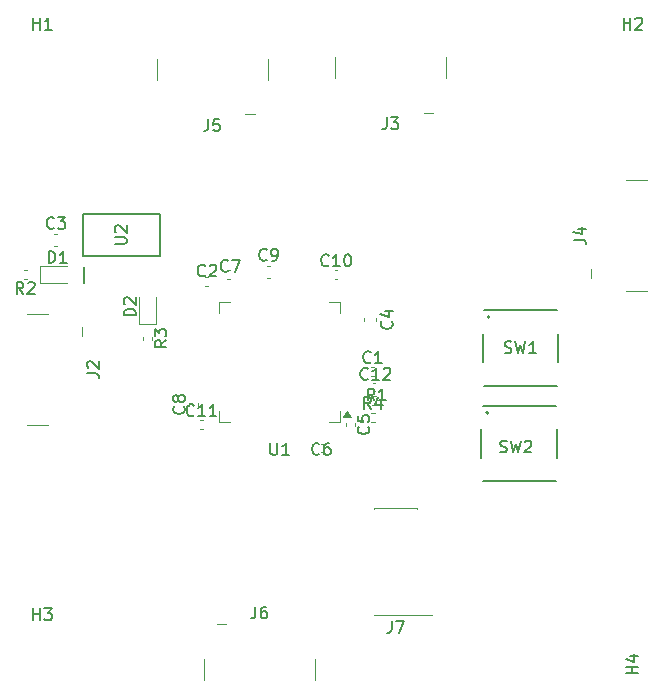
<source format=gbr>
%TF.GenerationSoftware,KiCad,Pcbnew,9.0.1*%
%TF.CreationDate,2025-04-07T20:20:11+02:00*%
%TF.ProjectId,PCB_COM,5043425f-434f-44d2-9e6b-696361645f70,rev?*%
%TF.SameCoordinates,Original*%
%TF.FileFunction,Legend,Top*%
%TF.FilePolarity,Positive*%
%FSLAX46Y46*%
G04 Gerber Fmt 4.6, Leading zero omitted, Abs format (unit mm)*
G04 Created by KiCad (PCBNEW 9.0.1) date 2025-04-07 20:20:11*
%MOMM*%
%LPD*%
G01*
G04 APERTURE LIST*
%ADD10C,0.150000*%
%ADD11C,0.120000*%
%ADD12C,0.200000*%
G04 APERTURE END LIST*
D10*
X147257142Y-91199580D02*
X147209523Y-91247200D01*
X147209523Y-91247200D02*
X147066666Y-91294819D01*
X147066666Y-91294819D02*
X146971428Y-91294819D01*
X146971428Y-91294819D02*
X146828571Y-91247200D01*
X146828571Y-91247200D02*
X146733333Y-91151961D01*
X146733333Y-91151961D02*
X146685714Y-91056723D01*
X146685714Y-91056723D02*
X146638095Y-90866247D01*
X146638095Y-90866247D02*
X146638095Y-90723390D01*
X146638095Y-90723390D02*
X146685714Y-90532914D01*
X146685714Y-90532914D02*
X146733333Y-90437676D01*
X146733333Y-90437676D02*
X146828571Y-90342438D01*
X146828571Y-90342438D02*
X146971428Y-90294819D01*
X146971428Y-90294819D02*
X147066666Y-90294819D01*
X147066666Y-90294819D02*
X147209523Y-90342438D01*
X147209523Y-90342438D02*
X147257142Y-90390057D01*
X148209523Y-91294819D02*
X147638095Y-91294819D01*
X147923809Y-91294819D02*
X147923809Y-90294819D01*
X147923809Y-90294819D02*
X147828571Y-90437676D01*
X147828571Y-90437676D02*
X147733333Y-90532914D01*
X147733333Y-90532914D02*
X147638095Y-90580533D01*
X148828571Y-90294819D02*
X148923809Y-90294819D01*
X148923809Y-90294819D02*
X149019047Y-90342438D01*
X149019047Y-90342438D02*
X149066666Y-90390057D01*
X149066666Y-90390057D02*
X149114285Y-90485295D01*
X149114285Y-90485295D02*
X149161904Y-90675771D01*
X149161904Y-90675771D02*
X149161904Y-90913866D01*
X149161904Y-90913866D02*
X149114285Y-91104342D01*
X149114285Y-91104342D02*
X149066666Y-91199580D01*
X149066666Y-91199580D02*
X149019047Y-91247200D01*
X149019047Y-91247200D02*
X148923809Y-91294819D01*
X148923809Y-91294819D02*
X148828571Y-91294819D01*
X148828571Y-91294819D02*
X148733333Y-91247200D01*
X148733333Y-91247200D02*
X148685714Y-91199580D01*
X148685714Y-91199580D02*
X148638095Y-91104342D01*
X148638095Y-91104342D02*
X148590476Y-90913866D01*
X148590476Y-90913866D02*
X148590476Y-90675771D01*
X148590476Y-90675771D02*
X148638095Y-90485295D01*
X148638095Y-90485295D02*
X148685714Y-90390057D01*
X148685714Y-90390057D02*
X148733333Y-90342438D01*
X148733333Y-90342438D02*
X148828571Y-90294819D01*
X150619580Y-104866666D02*
X150667200Y-104914285D01*
X150667200Y-104914285D02*
X150714819Y-105057142D01*
X150714819Y-105057142D02*
X150714819Y-105152380D01*
X150714819Y-105152380D02*
X150667200Y-105295237D01*
X150667200Y-105295237D02*
X150571961Y-105390475D01*
X150571961Y-105390475D02*
X150476723Y-105438094D01*
X150476723Y-105438094D02*
X150286247Y-105485713D01*
X150286247Y-105485713D02*
X150143390Y-105485713D01*
X150143390Y-105485713D02*
X149952914Y-105438094D01*
X149952914Y-105438094D02*
X149857676Y-105390475D01*
X149857676Y-105390475D02*
X149762438Y-105295237D01*
X149762438Y-105295237D02*
X149714819Y-105152380D01*
X149714819Y-105152380D02*
X149714819Y-105057142D01*
X149714819Y-105057142D02*
X149762438Y-104914285D01*
X149762438Y-104914285D02*
X149810057Y-104866666D01*
X149714819Y-103961904D02*
X149714819Y-104438094D01*
X149714819Y-104438094D02*
X150191009Y-104485713D01*
X150191009Y-104485713D02*
X150143390Y-104438094D01*
X150143390Y-104438094D02*
X150095771Y-104342856D01*
X150095771Y-104342856D02*
X150095771Y-104104761D01*
X150095771Y-104104761D02*
X150143390Y-104009523D01*
X150143390Y-104009523D02*
X150191009Y-103961904D01*
X150191009Y-103961904D02*
X150286247Y-103914285D01*
X150286247Y-103914285D02*
X150524342Y-103914285D01*
X150524342Y-103914285D02*
X150619580Y-103961904D01*
X150619580Y-103961904D02*
X150667200Y-104009523D01*
X150667200Y-104009523D02*
X150714819Y-104104761D01*
X150714819Y-104104761D02*
X150714819Y-104342856D01*
X150714819Y-104342856D02*
X150667200Y-104438094D01*
X150667200Y-104438094D02*
X150619580Y-104485713D01*
X138733333Y-91659580D02*
X138685714Y-91707200D01*
X138685714Y-91707200D02*
X138542857Y-91754819D01*
X138542857Y-91754819D02*
X138447619Y-91754819D01*
X138447619Y-91754819D02*
X138304762Y-91707200D01*
X138304762Y-91707200D02*
X138209524Y-91611961D01*
X138209524Y-91611961D02*
X138161905Y-91516723D01*
X138161905Y-91516723D02*
X138114286Y-91326247D01*
X138114286Y-91326247D02*
X138114286Y-91183390D01*
X138114286Y-91183390D02*
X138161905Y-90992914D01*
X138161905Y-90992914D02*
X138209524Y-90897676D01*
X138209524Y-90897676D02*
X138304762Y-90802438D01*
X138304762Y-90802438D02*
X138447619Y-90754819D01*
X138447619Y-90754819D02*
X138542857Y-90754819D01*
X138542857Y-90754819D02*
X138685714Y-90802438D01*
X138685714Y-90802438D02*
X138733333Y-90850057D01*
X139066667Y-90754819D02*
X139733333Y-90754819D01*
X139733333Y-90754819D02*
X139304762Y-91754819D01*
X134999580Y-103166666D02*
X135047200Y-103214285D01*
X135047200Y-103214285D02*
X135094819Y-103357142D01*
X135094819Y-103357142D02*
X135094819Y-103452380D01*
X135094819Y-103452380D02*
X135047200Y-103595237D01*
X135047200Y-103595237D02*
X134951961Y-103690475D01*
X134951961Y-103690475D02*
X134856723Y-103738094D01*
X134856723Y-103738094D02*
X134666247Y-103785713D01*
X134666247Y-103785713D02*
X134523390Y-103785713D01*
X134523390Y-103785713D02*
X134332914Y-103738094D01*
X134332914Y-103738094D02*
X134237676Y-103690475D01*
X134237676Y-103690475D02*
X134142438Y-103595237D01*
X134142438Y-103595237D02*
X134094819Y-103452380D01*
X134094819Y-103452380D02*
X134094819Y-103357142D01*
X134094819Y-103357142D02*
X134142438Y-103214285D01*
X134142438Y-103214285D02*
X134190057Y-103166666D01*
X134523390Y-102595237D02*
X134475771Y-102690475D01*
X134475771Y-102690475D02*
X134428152Y-102738094D01*
X134428152Y-102738094D02*
X134332914Y-102785713D01*
X134332914Y-102785713D02*
X134285295Y-102785713D01*
X134285295Y-102785713D02*
X134190057Y-102738094D01*
X134190057Y-102738094D02*
X134142438Y-102690475D01*
X134142438Y-102690475D02*
X134094819Y-102595237D01*
X134094819Y-102595237D02*
X134094819Y-102404761D01*
X134094819Y-102404761D02*
X134142438Y-102309523D01*
X134142438Y-102309523D02*
X134190057Y-102261904D01*
X134190057Y-102261904D02*
X134285295Y-102214285D01*
X134285295Y-102214285D02*
X134332914Y-102214285D01*
X134332914Y-102214285D02*
X134428152Y-102261904D01*
X134428152Y-102261904D02*
X134475771Y-102309523D01*
X134475771Y-102309523D02*
X134523390Y-102404761D01*
X134523390Y-102404761D02*
X134523390Y-102595237D01*
X134523390Y-102595237D02*
X134571009Y-102690475D01*
X134571009Y-102690475D02*
X134618628Y-102738094D01*
X134618628Y-102738094D02*
X134713866Y-102785713D01*
X134713866Y-102785713D02*
X134904342Y-102785713D01*
X134904342Y-102785713D02*
X134999580Y-102738094D01*
X134999580Y-102738094D02*
X135047200Y-102690475D01*
X135047200Y-102690475D02*
X135094819Y-102595237D01*
X135094819Y-102595237D02*
X135094819Y-102404761D01*
X135094819Y-102404761D02*
X135047200Y-102309523D01*
X135047200Y-102309523D02*
X134999580Y-102261904D01*
X134999580Y-102261904D02*
X134904342Y-102214285D01*
X134904342Y-102214285D02*
X134713866Y-102214285D01*
X134713866Y-102214285D02*
X134618628Y-102261904D01*
X134618628Y-102261904D02*
X134571009Y-102309523D01*
X134571009Y-102309523D02*
X134523390Y-102404761D01*
X146473333Y-107159580D02*
X146425714Y-107207200D01*
X146425714Y-107207200D02*
X146282857Y-107254819D01*
X146282857Y-107254819D02*
X146187619Y-107254819D01*
X146187619Y-107254819D02*
X146044762Y-107207200D01*
X146044762Y-107207200D02*
X145949524Y-107111961D01*
X145949524Y-107111961D02*
X145901905Y-107016723D01*
X145901905Y-107016723D02*
X145854286Y-106826247D01*
X145854286Y-106826247D02*
X145854286Y-106683390D01*
X145854286Y-106683390D02*
X145901905Y-106492914D01*
X145901905Y-106492914D02*
X145949524Y-106397676D01*
X145949524Y-106397676D02*
X146044762Y-106302438D01*
X146044762Y-106302438D02*
X146187619Y-106254819D01*
X146187619Y-106254819D02*
X146282857Y-106254819D01*
X146282857Y-106254819D02*
X146425714Y-106302438D01*
X146425714Y-106302438D02*
X146473333Y-106350057D01*
X147330476Y-106254819D02*
X147140000Y-106254819D01*
X147140000Y-106254819D02*
X147044762Y-106302438D01*
X147044762Y-106302438D02*
X146997143Y-106350057D01*
X146997143Y-106350057D02*
X146901905Y-106492914D01*
X146901905Y-106492914D02*
X146854286Y-106683390D01*
X146854286Y-106683390D02*
X146854286Y-107064342D01*
X146854286Y-107064342D02*
X146901905Y-107159580D01*
X146901905Y-107159580D02*
X146949524Y-107207200D01*
X146949524Y-107207200D02*
X147044762Y-107254819D01*
X147044762Y-107254819D02*
X147235238Y-107254819D01*
X147235238Y-107254819D02*
X147330476Y-107207200D01*
X147330476Y-107207200D02*
X147378095Y-107159580D01*
X147378095Y-107159580D02*
X147425714Y-107064342D01*
X147425714Y-107064342D02*
X147425714Y-106826247D01*
X147425714Y-106826247D02*
X147378095Y-106731009D01*
X147378095Y-106731009D02*
X147330476Y-106683390D01*
X147330476Y-106683390D02*
X147235238Y-106635771D01*
X147235238Y-106635771D02*
X147044762Y-106635771D01*
X147044762Y-106635771D02*
X146949524Y-106683390D01*
X146949524Y-106683390D02*
X146901905Y-106731009D01*
X146901905Y-106731009D02*
X146854286Y-106826247D01*
X152589580Y-95966666D02*
X152637200Y-96014285D01*
X152637200Y-96014285D02*
X152684819Y-96157142D01*
X152684819Y-96157142D02*
X152684819Y-96252380D01*
X152684819Y-96252380D02*
X152637200Y-96395237D01*
X152637200Y-96395237D02*
X152541961Y-96490475D01*
X152541961Y-96490475D02*
X152446723Y-96538094D01*
X152446723Y-96538094D02*
X152256247Y-96585713D01*
X152256247Y-96585713D02*
X152113390Y-96585713D01*
X152113390Y-96585713D02*
X151922914Y-96538094D01*
X151922914Y-96538094D02*
X151827676Y-96490475D01*
X151827676Y-96490475D02*
X151732438Y-96395237D01*
X151732438Y-96395237D02*
X151684819Y-96252380D01*
X151684819Y-96252380D02*
X151684819Y-96157142D01*
X151684819Y-96157142D02*
X151732438Y-96014285D01*
X151732438Y-96014285D02*
X151780057Y-95966666D01*
X152018152Y-95109523D02*
X152684819Y-95109523D01*
X151637200Y-95347618D02*
X152351485Y-95585713D01*
X152351485Y-95585713D02*
X152351485Y-94966666D01*
X142008333Y-90729580D02*
X141960714Y-90777200D01*
X141960714Y-90777200D02*
X141817857Y-90824819D01*
X141817857Y-90824819D02*
X141722619Y-90824819D01*
X141722619Y-90824819D02*
X141579762Y-90777200D01*
X141579762Y-90777200D02*
X141484524Y-90681961D01*
X141484524Y-90681961D02*
X141436905Y-90586723D01*
X141436905Y-90586723D02*
X141389286Y-90396247D01*
X141389286Y-90396247D02*
X141389286Y-90253390D01*
X141389286Y-90253390D02*
X141436905Y-90062914D01*
X141436905Y-90062914D02*
X141484524Y-89967676D01*
X141484524Y-89967676D02*
X141579762Y-89872438D01*
X141579762Y-89872438D02*
X141722619Y-89824819D01*
X141722619Y-89824819D02*
X141817857Y-89824819D01*
X141817857Y-89824819D02*
X141960714Y-89872438D01*
X141960714Y-89872438D02*
X142008333Y-89920057D01*
X142484524Y-90824819D02*
X142675000Y-90824819D01*
X142675000Y-90824819D02*
X142770238Y-90777200D01*
X142770238Y-90777200D02*
X142817857Y-90729580D01*
X142817857Y-90729580D02*
X142913095Y-90586723D01*
X142913095Y-90586723D02*
X142960714Y-90396247D01*
X142960714Y-90396247D02*
X142960714Y-90015295D01*
X142960714Y-90015295D02*
X142913095Y-89920057D01*
X142913095Y-89920057D02*
X142865476Y-89872438D01*
X142865476Y-89872438D02*
X142770238Y-89824819D01*
X142770238Y-89824819D02*
X142579762Y-89824819D01*
X142579762Y-89824819D02*
X142484524Y-89872438D01*
X142484524Y-89872438D02*
X142436905Y-89920057D01*
X142436905Y-89920057D02*
X142389286Y-90015295D01*
X142389286Y-90015295D02*
X142389286Y-90253390D01*
X142389286Y-90253390D02*
X142436905Y-90348628D01*
X142436905Y-90348628D02*
X142484524Y-90396247D01*
X142484524Y-90396247D02*
X142579762Y-90443866D01*
X142579762Y-90443866D02*
X142770238Y-90443866D01*
X142770238Y-90443866D02*
X142865476Y-90396247D01*
X142865476Y-90396247D02*
X142913095Y-90348628D01*
X142913095Y-90348628D02*
X142960714Y-90253390D01*
X135857142Y-103899580D02*
X135809523Y-103947200D01*
X135809523Y-103947200D02*
X135666666Y-103994819D01*
X135666666Y-103994819D02*
X135571428Y-103994819D01*
X135571428Y-103994819D02*
X135428571Y-103947200D01*
X135428571Y-103947200D02*
X135333333Y-103851961D01*
X135333333Y-103851961D02*
X135285714Y-103756723D01*
X135285714Y-103756723D02*
X135238095Y-103566247D01*
X135238095Y-103566247D02*
X135238095Y-103423390D01*
X135238095Y-103423390D02*
X135285714Y-103232914D01*
X135285714Y-103232914D02*
X135333333Y-103137676D01*
X135333333Y-103137676D02*
X135428571Y-103042438D01*
X135428571Y-103042438D02*
X135571428Y-102994819D01*
X135571428Y-102994819D02*
X135666666Y-102994819D01*
X135666666Y-102994819D02*
X135809523Y-103042438D01*
X135809523Y-103042438D02*
X135857142Y-103090057D01*
X136809523Y-103994819D02*
X136238095Y-103994819D01*
X136523809Y-103994819D02*
X136523809Y-102994819D01*
X136523809Y-102994819D02*
X136428571Y-103137676D01*
X136428571Y-103137676D02*
X136333333Y-103232914D01*
X136333333Y-103232914D02*
X136238095Y-103280533D01*
X137761904Y-103994819D02*
X137190476Y-103994819D01*
X137476190Y-103994819D02*
X137476190Y-102994819D01*
X137476190Y-102994819D02*
X137380952Y-103137676D01*
X137380952Y-103137676D02*
X137285714Y-103232914D01*
X137285714Y-103232914D02*
X137190476Y-103280533D01*
X123995833Y-88029580D02*
X123948214Y-88077200D01*
X123948214Y-88077200D02*
X123805357Y-88124819D01*
X123805357Y-88124819D02*
X123710119Y-88124819D01*
X123710119Y-88124819D02*
X123567262Y-88077200D01*
X123567262Y-88077200D02*
X123472024Y-87981961D01*
X123472024Y-87981961D02*
X123424405Y-87886723D01*
X123424405Y-87886723D02*
X123376786Y-87696247D01*
X123376786Y-87696247D02*
X123376786Y-87553390D01*
X123376786Y-87553390D02*
X123424405Y-87362914D01*
X123424405Y-87362914D02*
X123472024Y-87267676D01*
X123472024Y-87267676D02*
X123567262Y-87172438D01*
X123567262Y-87172438D02*
X123710119Y-87124819D01*
X123710119Y-87124819D02*
X123805357Y-87124819D01*
X123805357Y-87124819D02*
X123948214Y-87172438D01*
X123948214Y-87172438D02*
X123995833Y-87220057D01*
X124329167Y-87124819D02*
X124948214Y-87124819D01*
X124948214Y-87124819D02*
X124614881Y-87505771D01*
X124614881Y-87505771D02*
X124757738Y-87505771D01*
X124757738Y-87505771D02*
X124852976Y-87553390D01*
X124852976Y-87553390D02*
X124900595Y-87601009D01*
X124900595Y-87601009D02*
X124948214Y-87696247D01*
X124948214Y-87696247D02*
X124948214Y-87934342D01*
X124948214Y-87934342D02*
X124900595Y-88029580D01*
X124900595Y-88029580D02*
X124852976Y-88077200D01*
X124852976Y-88077200D02*
X124757738Y-88124819D01*
X124757738Y-88124819D02*
X124472024Y-88124819D01*
X124472024Y-88124819D02*
X124376786Y-88077200D01*
X124376786Y-88077200D02*
X124329167Y-88029580D01*
X136813333Y-92059580D02*
X136765714Y-92107200D01*
X136765714Y-92107200D02*
X136622857Y-92154819D01*
X136622857Y-92154819D02*
X136527619Y-92154819D01*
X136527619Y-92154819D02*
X136384762Y-92107200D01*
X136384762Y-92107200D02*
X136289524Y-92011961D01*
X136289524Y-92011961D02*
X136241905Y-91916723D01*
X136241905Y-91916723D02*
X136194286Y-91726247D01*
X136194286Y-91726247D02*
X136194286Y-91583390D01*
X136194286Y-91583390D02*
X136241905Y-91392914D01*
X136241905Y-91392914D02*
X136289524Y-91297676D01*
X136289524Y-91297676D02*
X136384762Y-91202438D01*
X136384762Y-91202438D02*
X136527619Y-91154819D01*
X136527619Y-91154819D02*
X136622857Y-91154819D01*
X136622857Y-91154819D02*
X136765714Y-91202438D01*
X136765714Y-91202438D02*
X136813333Y-91250057D01*
X137194286Y-91250057D02*
X137241905Y-91202438D01*
X137241905Y-91202438D02*
X137337143Y-91154819D01*
X137337143Y-91154819D02*
X137575238Y-91154819D01*
X137575238Y-91154819D02*
X137670476Y-91202438D01*
X137670476Y-91202438D02*
X137718095Y-91250057D01*
X137718095Y-91250057D02*
X137765714Y-91345295D01*
X137765714Y-91345295D02*
X137765714Y-91440533D01*
X137765714Y-91440533D02*
X137718095Y-91583390D01*
X137718095Y-91583390D02*
X137146667Y-92154819D01*
X137146667Y-92154819D02*
X137765714Y-92154819D01*
X161766667Y-107007200D02*
X161909524Y-107054819D01*
X161909524Y-107054819D02*
X162147619Y-107054819D01*
X162147619Y-107054819D02*
X162242857Y-107007200D01*
X162242857Y-107007200D02*
X162290476Y-106959580D01*
X162290476Y-106959580D02*
X162338095Y-106864342D01*
X162338095Y-106864342D02*
X162338095Y-106769104D01*
X162338095Y-106769104D02*
X162290476Y-106673866D01*
X162290476Y-106673866D02*
X162242857Y-106626247D01*
X162242857Y-106626247D02*
X162147619Y-106578628D01*
X162147619Y-106578628D02*
X161957143Y-106531009D01*
X161957143Y-106531009D02*
X161861905Y-106483390D01*
X161861905Y-106483390D02*
X161814286Y-106435771D01*
X161814286Y-106435771D02*
X161766667Y-106340533D01*
X161766667Y-106340533D02*
X161766667Y-106245295D01*
X161766667Y-106245295D02*
X161814286Y-106150057D01*
X161814286Y-106150057D02*
X161861905Y-106102438D01*
X161861905Y-106102438D02*
X161957143Y-106054819D01*
X161957143Y-106054819D02*
X162195238Y-106054819D01*
X162195238Y-106054819D02*
X162338095Y-106102438D01*
X162671429Y-106054819D02*
X162909524Y-107054819D01*
X162909524Y-107054819D02*
X163100000Y-106340533D01*
X163100000Y-106340533D02*
X163290476Y-107054819D01*
X163290476Y-107054819D02*
X163528572Y-106054819D01*
X163861905Y-106150057D02*
X163909524Y-106102438D01*
X163909524Y-106102438D02*
X164004762Y-106054819D01*
X164004762Y-106054819D02*
X164242857Y-106054819D01*
X164242857Y-106054819D02*
X164338095Y-106102438D01*
X164338095Y-106102438D02*
X164385714Y-106150057D01*
X164385714Y-106150057D02*
X164433333Y-106245295D01*
X164433333Y-106245295D02*
X164433333Y-106340533D01*
X164433333Y-106340533D02*
X164385714Y-106483390D01*
X164385714Y-106483390D02*
X163814286Y-107054819D01*
X163814286Y-107054819D02*
X164433333Y-107054819D01*
X126799819Y-100333333D02*
X127514104Y-100333333D01*
X127514104Y-100333333D02*
X127656961Y-100380952D01*
X127656961Y-100380952D02*
X127752200Y-100476190D01*
X127752200Y-100476190D02*
X127799819Y-100619047D01*
X127799819Y-100619047D02*
X127799819Y-100714285D01*
X126895057Y-99904761D02*
X126847438Y-99857142D01*
X126847438Y-99857142D02*
X126799819Y-99761904D01*
X126799819Y-99761904D02*
X126799819Y-99523809D01*
X126799819Y-99523809D02*
X126847438Y-99428571D01*
X126847438Y-99428571D02*
X126895057Y-99380952D01*
X126895057Y-99380952D02*
X126990295Y-99333333D01*
X126990295Y-99333333D02*
X127085533Y-99333333D01*
X127085533Y-99333333D02*
X127228390Y-99380952D01*
X127228390Y-99380952D02*
X127799819Y-99952380D01*
X127799819Y-99952380D02*
X127799819Y-99333333D01*
X141066666Y-120109819D02*
X141066666Y-120824104D01*
X141066666Y-120824104D02*
X141019047Y-120966961D01*
X141019047Y-120966961D02*
X140923809Y-121062200D01*
X140923809Y-121062200D02*
X140780952Y-121109819D01*
X140780952Y-121109819D02*
X140685714Y-121109819D01*
X141971428Y-120109819D02*
X141780952Y-120109819D01*
X141780952Y-120109819D02*
X141685714Y-120157438D01*
X141685714Y-120157438D02*
X141638095Y-120205057D01*
X141638095Y-120205057D02*
X141542857Y-120347914D01*
X141542857Y-120347914D02*
X141495238Y-120538390D01*
X141495238Y-120538390D02*
X141495238Y-120919342D01*
X141495238Y-120919342D02*
X141542857Y-121014580D01*
X141542857Y-121014580D02*
X141590476Y-121062200D01*
X141590476Y-121062200D02*
X141685714Y-121109819D01*
X141685714Y-121109819D02*
X141876190Y-121109819D01*
X141876190Y-121109819D02*
X141971428Y-121062200D01*
X141971428Y-121062200D02*
X142019047Y-121014580D01*
X142019047Y-121014580D02*
X142066666Y-120919342D01*
X142066666Y-120919342D02*
X142066666Y-120681247D01*
X142066666Y-120681247D02*
X142019047Y-120586009D01*
X142019047Y-120586009D02*
X141971428Y-120538390D01*
X141971428Y-120538390D02*
X141876190Y-120490771D01*
X141876190Y-120490771D02*
X141685714Y-120490771D01*
X141685714Y-120490771D02*
X141590476Y-120538390D01*
X141590476Y-120538390D02*
X141542857Y-120586009D01*
X141542857Y-120586009D02*
X141495238Y-120681247D01*
X168009819Y-89033333D02*
X168724104Y-89033333D01*
X168724104Y-89033333D02*
X168866961Y-89080952D01*
X168866961Y-89080952D02*
X168962200Y-89176190D01*
X168962200Y-89176190D02*
X169009819Y-89319047D01*
X169009819Y-89319047D02*
X169009819Y-89414285D01*
X168343152Y-88128571D02*
X169009819Y-88128571D01*
X167962200Y-88366666D02*
X168676485Y-88604761D01*
X168676485Y-88604761D02*
X168676485Y-87985714D01*
X137066666Y-78839819D02*
X137066666Y-79554104D01*
X137066666Y-79554104D02*
X137019047Y-79696961D01*
X137019047Y-79696961D02*
X136923809Y-79792200D01*
X136923809Y-79792200D02*
X136780952Y-79839819D01*
X136780952Y-79839819D02*
X136685714Y-79839819D01*
X138019047Y-78839819D02*
X137542857Y-78839819D01*
X137542857Y-78839819D02*
X137495238Y-79316009D01*
X137495238Y-79316009D02*
X137542857Y-79268390D01*
X137542857Y-79268390D02*
X137638095Y-79220771D01*
X137638095Y-79220771D02*
X137876190Y-79220771D01*
X137876190Y-79220771D02*
X137971428Y-79268390D01*
X137971428Y-79268390D02*
X138019047Y-79316009D01*
X138019047Y-79316009D02*
X138066666Y-79411247D01*
X138066666Y-79411247D02*
X138066666Y-79649342D01*
X138066666Y-79649342D02*
X138019047Y-79744580D01*
X138019047Y-79744580D02*
X137971428Y-79792200D01*
X137971428Y-79792200D02*
X137876190Y-79839819D01*
X137876190Y-79839819D02*
X137638095Y-79839819D01*
X137638095Y-79839819D02*
X137542857Y-79792200D01*
X137542857Y-79792200D02*
X137495238Y-79744580D01*
X152166666Y-78699819D02*
X152166666Y-79414104D01*
X152166666Y-79414104D02*
X152119047Y-79556961D01*
X152119047Y-79556961D02*
X152023809Y-79652200D01*
X152023809Y-79652200D02*
X151880952Y-79699819D01*
X151880952Y-79699819D02*
X151785714Y-79699819D01*
X152547619Y-78699819D02*
X153166666Y-78699819D01*
X153166666Y-78699819D02*
X152833333Y-79080771D01*
X152833333Y-79080771D02*
X152976190Y-79080771D01*
X152976190Y-79080771D02*
X153071428Y-79128390D01*
X153071428Y-79128390D02*
X153119047Y-79176009D01*
X153119047Y-79176009D02*
X153166666Y-79271247D01*
X153166666Y-79271247D02*
X153166666Y-79509342D01*
X153166666Y-79509342D02*
X153119047Y-79604580D01*
X153119047Y-79604580D02*
X153071428Y-79652200D01*
X153071428Y-79652200D02*
X152976190Y-79699819D01*
X152976190Y-79699819D02*
X152690476Y-79699819D01*
X152690476Y-79699819D02*
X152595238Y-79652200D01*
X152595238Y-79652200D02*
X152547619Y-79604580D01*
X162166667Y-98607200D02*
X162309524Y-98654819D01*
X162309524Y-98654819D02*
X162547619Y-98654819D01*
X162547619Y-98654819D02*
X162642857Y-98607200D01*
X162642857Y-98607200D02*
X162690476Y-98559580D01*
X162690476Y-98559580D02*
X162738095Y-98464342D01*
X162738095Y-98464342D02*
X162738095Y-98369104D01*
X162738095Y-98369104D02*
X162690476Y-98273866D01*
X162690476Y-98273866D02*
X162642857Y-98226247D01*
X162642857Y-98226247D02*
X162547619Y-98178628D01*
X162547619Y-98178628D02*
X162357143Y-98131009D01*
X162357143Y-98131009D02*
X162261905Y-98083390D01*
X162261905Y-98083390D02*
X162214286Y-98035771D01*
X162214286Y-98035771D02*
X162166667Y-97940533D01*
X162166667Y-97940533D02*
X162166667Y-97845295D01*
X162166667Y-97845295D02*
X162214286Y-97750057D01*
X162214286Y-97750057D02*
X162261905Y-97702438D01*
X162261905Y-97702438D02*
X162357143Y-97654819D01*
X162357143Y-97654819D02*
X162595238Y-97654819D01*
X162595238Y-97654819D02*
X162738095Y-97702438D01*
X163071429Y-97654819D02*
X163309524Y-98654819D01*
X163309524Y-98654819D02*
X163500000Y-97940533D01*
X163500000Y-97940533D02*
X163690476Y-98654819D01*
X163690476Y-98654819D02*
X163928572Y-97654819D01*
X164833333Y-98654819D02*
X164261905Y-98654819D01*
X164547619Y-98654819D02*
X164547619Y-97654819D01*
X164547619Y-97654819D02*
X164452381Y-97797676D01*
X164452381Y-97797676D02*
X164357143Y-97892914D01*
X164357143Y-97892914D02*
X164261905Y-97940533D01*
X173454819Y-125761904D02*
X172454819Y-125761904D01*
X172931009Y-125761904D02*
X172931009Y-125190476D01*
X173454819Y-125190476D02*
X172454819Y-125190476D01*
X172788152Y-124285714D02*
X173454819Y-124285714D01*
X172407200Y-124523809D02*
X173121485Y-124761904D01*
X173121485Y-124761904D02*
X173121485Y-124142857D01*
X172238095Y-71254819D02*
X172238095Y-70254819D01*
X172238095Y-70731009D02*
X172809523Y-70731009D01*
X172809523Y-71254819D02*
X172809523Y-70254819D01*
X173238095Y-70350057D02*
X173285714Y-70302438D01*
X173285714Y-70302438D02*
X173380952Y-70254819D01*
X173380952Y-70254819D02*
X173619047Y-70254819D01*
X173619047Y-70254819D02*
X173714285Y-70302438D01*
X173714285Y-70302438D02*
X173761904Y-70350057D01*
X173761904Y-70350057D02*
X173809523Y-70445295D01*
X173809523Y-70445295D02*
X173809523Y-70540533D01*
X173809523Y-70540533D02*
X173761904Y-70683390D01*
X173761904Y-70683390D02*
X173190476Y-71254819D01*
X173190476Y-71254819D02*
X173809523Y-71254819D01*
X122238095Y-71254819D02*
X122238095Y-70254819D01*
X122238095Y-70731009D02*
X122809523Y-70731009D01*
X122809523Y-71254819D02*
X122809523Y-70254819D01*
X123809523Y-71254819D02*
X123238095Y-71254819D01*
X123523809Y-71254819D02*
X123523809Y-70254819D01*
X123523809Y-70254819D02*
X123428571Y-70397676D01*
X123428571Y-70397676D02*
X123333333Y-70492914D01*
X123333333Y-70492914D02*
X123238095Y-70540533D01*
X122238095Y-121254819D02*
X122238095Y-120254819D01*
X122238095Y-120731009D02*
X122809523Y-120731009D01*
X122809523Y-121254819D02*
X122809523Y-120254819D01*
X123190476Y-120254819D02*
X123809523Y-120254819D01*
X123809523Y-120254819D02*
X123476190Y-120635771D01*
X123476190Y-120635771D02*
X123619047Y-120635771D01*
X123619047Y-120635771D02*
X123714285Y-120683390D01*
X123714285Y-120683390D02*
X123761904Y-120731009D01*
X123761904Y-120731009D02*
X123809523Y-120826247D01*
X123809523Y-120826247D02*
X123809523Y-121064342D01*
X123809523Y-121064342D02*
X123761904Y-121159580D01*
X123761904Y-121159580D02*
X123714285Y-121207200D01*
X123714285Y-121207200D02*
X123619047Y-121254819D01*
X123619047Y-121254819D02*
X123333333Y-121254819D01*
X123333333Y-121254819D02*
X123238095Y-121207200D01*
X123238095Y-121207200D02*
X123190476Y-121159580D01*
X121420833Y-93624819D02*
X121087500Y-93148628D01*
X120849405Y-93624819D02*
X120849405Y-92624819D01*
X120849405Y-92624819D02*
X121230357Y-92624819D01*
X121230357Y-92624819D02*
X121325595Y-92672438D01*
X121325595Y-92672438D02*
X121373214Y-92720057D01*
X121373214Y-92720057D02*
X121420833Y-92815295D01*
X121420833Y-92815295D02*
X121420833Y-92958152D01*
X121420833Y-92958152D02*
X121373214Y-93053390D01*
X121373214Y-93053390D02*
X121325595Y-93101009D01*
X121325595Y-93101009D02*
X121230357Y-93148628D01*
X121230357Y-93148628D02*
X120849405Y-93148628D01*
X121801786Y-92720057D02*
X121849405Y-92672438D01*
X121849405Y-92672438D02*
X121944643Y-92624819D01*
X121944643Y-92624819D02*
X122182738Y-92624819D01*
X122182738Y-92624819D02*
X122277976Y-92672438D01*
X122277976Y-92672438D02*
X122325595Y-92720057D01*
X122325595Y-92720057D02*
X122373214Y-92815295D01*
X122373214Y-92815295D02*
X122373214Y-92910533D01*
X122373214Y-92910533D02*
X122325595Y-93053390D01*
X122325595Y-93053390D02*
X121754167Y-93624819D01*
X121754167Y-93624819D02*
X122373214Y-93624819D01*
X123549405Y-91024819D02*
X123549405Y-90024819D01*
X123549405Y-90024819D02*
X123787500Y-90024819D01*
X123787500Y-90024819D02*
X123930357Y-90072438D01*
X123930357Y-90072438D02*
X124025595Y-90167676D01*
X124025595Y-90167676D02*
X124073214Y-90262914D01*
X124073214Y-90262914D02*
X124120833Y-90453390D01*
X124120833Y-90453390D02*
X124120833Y-90596247D01*
X124120833Y-90596247D02*
X124073214Y-90786723D01*
X124073214Y-90786723D02*
X124025595Y-90881961D01*
X124025595Y-90881961D02*
X123930357Y-90977200D01*
X123930357Y-90977200D02*
X123787500Y-91024819D01*
X123787500Y-91024819D02*
X123549405Y-91024819D01*
X125073214Y-91024819D02*
X124501786Y-91024819D01*
X124787500Y-91024819D02*
X124787500Y-90024819D01*
X124787500Y-90024819D02*
X124692262Y-90167676D01*
X124692262Y-90167676D02*
X124597024Y-90262914D01*
X124597024Y-90262914D02*
X124501786Y-90310533D01*
X142338095Y-106254819D02*
X142338095Y-107064342D01*
X142338095Y-107064342D02*
X142385714Y-107159580D01*
X142385714Y-107159580D02*
X142433333Y-107207200D01*
X142433333Y-107207200D02*
X142528571Y-107254819D01*
X142528571Y-107254819D02*
X142719047Y-107254819D01*
X142719047Y-107254819D02*
X142814285Y-107207200D01*
X142814285Y-107207200D02*
X142861904Y-107159580D01*
X142861904Y-107159580D02*
X142909523Y-107064342D01*
X142909523Y-107064342D02*
X142909523Y-106254819D01*
X143909523Y-107254819D02*
X143338095Y-107254819D01*
X143623809Y-107254819D02*
X143623809Y-106254819D01*
X143623809Y-106254819D02*
X143528571Y-106397676D01*
X143528571Y-106397676D02*
X143433333Y-106492914D01*
X143433333Y-106492914D02*
X143338095Y-106540533D01*
X151143333Y-102654819D02*
X150810000Y-102178628D01*
X150571905Y-102654819D02*
X150571905Y-101654819D01*
X150571905Y-101654819D02*
X150952857Y-101654819D01*
X150952857Y-101654819D02*
X151048095Y-101702438D01*
X151048095Y-101702438D02*
X151095714Y-101750057D01*
X151095714Y-101750057D02*
X151143333Y-101845295D01*
X151143333Y-101845295D02*
X151143333Y-101988152D01*
X151143333Y-101988152D02*
X151095714Y-102083390D01*
X151095714Y-102083390D02*
X151048095Y-102131009D01*
X151048095Y-102131009D02*
X150952857Y-102178628D01*
X150952857Y-102178628D02*
X150571905Y-102178628D01*
X152095714Y-102654819D02*
X151524286Y-102654819D01*
X151810000Y-102654819D02*
X151810000Y-101654819D01*
X151810000Y-101654819D02*
X151714762Y-101797676D01*
X151714762Y-101797676D02*
X151619524Y-101892914D01*
X151619524Y-101892914D02*
X151524286Y-101940533D01*
X130924819Y-95450594D02*
X129924819Y-95450594D01*
X129924819Y-95450594D02*
X129924819Y-95212499D01*
X129924819Y-95212499D02*
X129972438Y-95069642D01*
X129972438Y-95069642D02*
X130067676Y-94974404D01*
X130067676Y-94974404D02*
X130162914Y-94926785D01*
X130162914Y-94926785D02*
X130353390Y-94879166D01*
X130353390Y-94879166D02*
X130496247Y-94879166D01*
X130496247Y-94879166D02*
X130686723Y-94926785D01*
X130686723Y-94926785D02*
X130781961Y-94974404D01*
X130781961Y-94974404D02*
X130877200Y-95069642D01*
X130877200Y-95069642D02*
X130924819Y-95212499D01*
X130924819Y-95212499D02*
X130924819Y-95450594D01*
X130020057Y-94498213D02*
X129972438Y-94450594D01*
X129972438Y-94450594D02*
X129924819Y-94355356D01*
X129924819Y-94355356D02*
X129924819Y-94117261D01*
X129924819Y-94117261D02*
X129972438Y-94022023D01*
X129972438Y-94022023D02*
X130020057Y-93974404D01*
X130020057Y-93974404D02*
X130115295Y-93926785D01*
X130115295Y-93926785D02*
X130210533Y-93926785D01*
X130210533Y-93926785D02*
X130353390Y-93974404D01*
X130353390Y-93974404D02*
X130924819Y-94545832D01*
X130924819Y-94545832D02*
X130924819Y-93926785D01*
X133524819Y-97569166D02*
X133048628Y-97902499D01*
X133524819Y-98140594D02*
X132524819Y-98140594D01*
X132524819Y-98140594D02*
X132524819Y-97759642D01*
X132524819Y-97759642D02*
X132572438Y-97664404D01*
X132572438Y-97664404D02*
X132620057Y-97616785D01*
X132620057Y-97616785D02*
X132715295Y-97569166D01*
X132715295Y-97569166D02*
X132858152Y-97569166D01*
X132858152Y-97569166D02*
X132953390Y-97616785D01*
X132953390Y-97616785D02*
X133001009Y-97664404D01*
X133001009Y-97664404D02*
X133048628Y-97759642D01*
X133048628Y-97759642D02*
X133048628Y-98140594D01*
X132524819Y-97235832D02*
X132524819Y-96616785D01*
X132524819Y-96616785D02*
X132905771Y-96950118D01*
X132905771Y-96950118D02*
X132905771Y-96807261D01*
X132905771Y-96807261D02*
X132953390Y-96712023D01*
X132953390Y-96712023D02*
X133001009Y-96664404D01*
X133001009Y-96664404D02*
X133096247Y-96616785D01*
X133096247Y-96616785D02*
X133334342Y-96616785D01*
X133334342Y-96616785D02*
X133429580Y-96664404D01*
X133429580Y-96664404D02*
X133477200Y-96712023D01*
X133477200Y-96712023D02*
X133524819Y-96807261D01*
X133524819Y-96807261D02*
X133524819Y-97092975D01*
X133524819Y-97092975D02*
X133477200Y-97188213D01*
X133477200Y-97188213D02*
X133429580Y-97235832D01*
X152616666Y-121309819D02*
X152616666Y-122024104D01*
X152616666Y-122024104D02*
X152569047Y-122166961D01*
X152569047Y-122166961D02*
X152473809Y-122262200D01*
X152473809Y-122262200D02*
X152330952Y-122309819D01*
X152330952Y-122309819D02*
X152235714Y-122309819D01*
X152997619Y-121309819D02*
X153664285Y-121309819D01*
X153664285Y-121309819D02*
X153235714Y-122309819D01*
X129154819Y-89411904D02*
X129964342Y-89411904D01*
X129964342Y-89411904D02*
X130059580Y-89364285D01*
X130059580Y-89364285D02*
X130107200Y-89316666D01*
X130107200Y-89316666D02*
X130154819Y-89221428D01*
X130154819Y-89221428D02*
X130154819Y-89030952D01*
X130154819Y-89030952D02*
X130107200Y-88935714D01*
X130107200Y-88935714D02*
X130059580Y-88888095D01*
X130059580Y-88888095D02*
X129964342Y-88840476D01*
X129964342Y-88840476D02*
X129154819Y-88840476D01*
X129250057Y-88411904D02*
X129202438Y-88364285D01*
X129202438Y-88364285D02*
X129154819Y-88269047D01*
X129154819Y-88269047D02*
X129154819Y-88030952D01*
X129154819Y-88030952D02*
X129202438Y-87935714D01*
X129202438Y-87935714D02*
X129250057Y-87888095D01*
X129250057Y-87888095D02*
X129345295Y-87840476D01*
X129345295Y-87840476D02*
X129440533Y-87840476D01*
X129440533Y-87840476D02*
X129583390Y-87888095D01*
X129583390Y-87888095D02*
X130154819Y-88459523D01*
X130154819Y-88459523D02*
X130154819Y-87840476D01*
X150577142Y-100799580D02*
X150529523Y-100847200D01*
X150529523Y-100847200D02*
X150386666Y-100894819D01*
X150386666Y-100894819D02*
X150291428Y-100894819D01*
X150291428Y-100894819D02*
X150148571Y-100847200D01*
X150148571Y-100847200D02*
X150053333Y-100751961D01*
X150053333Y-100751961D02*
X150005714Y-100656723D01*
X150005714Y-100656723D02*
X149958095Y-100466247D01*
X149958095Y-100466247D02*
X149958095Y-100323390D01*
X149958095Y-100323390D02*
X150005714Y-100132914D01*
X150005714Y-100132914D02*
X150053333Y-100037676D01*
X150053333Y-100037676D02*
X150148571Y-99942438D01*
X150148571Y-99942438D02*
X150291428Y-99894819D01*
X150291428Y-99894819D02*
X150386666Y-99894819D01*
X150386666Y-99894819D02*
X150529523Y-99942438D01*
X150529523Y-99942438D02*
X150577142Y-99990057D01*
X151529523Y-100894819D02*
X150958095Y-100894819D01*
X151243809Y-100894819D02*
X151243809Y-99894819D01*
X151243809Y-99894819D02*
X151148571Y-100037676D01*
X151148571Y-100037676D02*
X151053333Y-100132914D01*
X151053333Y-100132914D02*
X150958095Y-100180533D01*
X151910476Y-99990057D02*
X151958095Y-99942438D01*
X151958095Y-99942438D02*
X152053333Y-99894819D01*
X152053333Y-99894819D02*
X152291428Y-99894819D01*
X152291428Y-99894819D02*
X152386666Y-99942438D01*
X152386666Y-99942438D02*
X152434285Y-99990057D01*
X152434285Y-99990057D02*
X152481904Y-100085295D01*
X152481904Y-100085295D02*
X152481904Y-100180533D01*
X152481904Y-100180533D02*
X152434285Y-100323390D01*
X152434285Y-100323390D02*
X151862857Y-100894819D01*
X151862857Y-100894819D02*
X152481904Y-100894819D01*
X150833333Y-103384819D02*
X150500000Y-102908628D01*
X150261905Y-103384819D02*
X150261905Y-102384819D01*
X150261905Y-102384819D02*
X150642857Y-102384819D01*
X150642857Y-102384819D02*
X150738095Y-102432438D01*
X150738095Y-102432438D02*
X150785714Y-102480057D01*
X150785714Y-102480057D02*
X150833333Y-102575295D01*
X150833333Y-102575295D02*
X150833333Y-102718152D01*
X150833333Y-102718152D02*
X150785714Y-102813390D01*
X150785714Y-102813390D02*
X150738095Y-102861009D01*
X150738095Y-102861009D02*
X150642857Y-102908628D01*
X150642857Y-102908628D02*
X150261905Y-102908628D01*
X151690476Y-102718152D02*
X151690476Y-103384819D01*
X151452381Y-102337200D02*
X151214286Y-103051485D01*
X151214286Y-103051485D02*
X151833333Y-103051485D01*
X150813333Y-99399580D02*
X150765714Y-99447200D01*
X150765714Y-99447200D02*
X150622857Y-99494819D01*
X150622857Y-99494819D02*
X150527619Y-99494819D01*
X150527619Y-99494819D02*
X150384762Y-99447200D01*
X150384762Y-99447200D02*
X150289524Y-99351961D01*
X150289524Y-99351961D02*
X150241905Y-99256723D01*
X150241905Y-99256723D02*
X150194286Y-99066247D01*
X150194286Y-99066247D02*
X150194286Y-98923390D01*
X150194286Y-98923390D02*
X150241905Y-98732914D01*
X150241905Y-98732914D02*
X150289524Y-98637676D01*
X150289524Y-98637676D02*
X150384762Y-98542438D01*
X150384762Y-98542438D02*
X150527619Y-98494819D01*
X150527619Y-98494819D02*
X150622857Y-98494819D01*
X150622857Y-98494819D02*
X150765714Y-98542438D01*
X150765714Y-98542438D02*
X150813333Y-98590057D01*
X151765714Y-99494819D02*
X151194286Y-99494819D01*
X151480000Y-99494819D02*
X151480000Y-98494819D01*
X151480000Y-98494819D02*
X151384762Y-98637676D01*
X151384762Y-98637676D02*
X151289524Y-98732914D01*
X151289524Y-98732914D02*
X151194286Y-98780533D01*
D11*
%TO.C,C10*%
X147792164Y-92360000D02*
X148007836Y-92360000D01*
X147792164Y-91640000D02*
X148007836Y-91640000D01*
%TO.C,C5*%
X148740000Y-104592164D02*
X148740000Y-104807836D01*
X149460000Y-104592164D02*
X149460000Y-104807836D01*
%TO.C,C7*%
X138692164Y-91640000D02*
X138907836Y-91640000D01*
X138692164Y-92360000D02*
X138907836Y-92360000D01*
%TO.C,C8*%
X135440000Y-103107836D02*
X135440000Y-102892164D01*
X136160000Y-103107836D02*
X136160000Y-102892164D01*
%TO.C,C6*%
X146807836Y-107060000D02*
X146592164Y-107060000D01*
X146807836Y-106340000D02*
X146592164Y-106340000D01*
%TO.C,C4*%
X150290000Y-95659420D02*
X150290000Y-95940580D01*
X151310000Y-95659420D02*
X151310000Y-95940580D01*
%TO.C,C9*%
X142034420Y-92310000D02*
X142315580Y-92310000D01*
X142034420Y-91290000D02*
X142315580Y-91290000D01*
%TO.C,C11*%
X136392164Y-105060000D02*
X136607836Y-105060000D01*
X136392164Y-104340000D02*
X136607836Y-104340000D01*
%TO.C,C3*%
X124021920Y-89610000D02*
X124303080Y-89610000D01*
X124021920Y-88590000D02*
X124303080Y-88590000D01*
%TO.C,C2*%
X136792164Y-92960000D02*
X137007836Y-92960000D01*
X136792164Y-92240000D02*
X137007836Y-92240000D01*
D12*
%TO.C,SW2*%
X160800000Y-103700000D02*
G75*
G02*
X160600000Y-103700000I-100000J0D01*
G01*
X160600000Y-103700000D02*
G75*
G02*
X160800000Y-103700000I100000J0D01*
G01*
X166500000Y-109500000D02*
X160300000Y-109500000D01*
X166600000Y-107500000D02*
X166600000Y-105100000D01*
X160200000Y-105100000D02*
X160200000Y-107500000D01*
X160300000Y-103100000D02*
X166500000Y-103100000D01*
D11*
%TO.C,J2*%
X123480000Y-104700000D02*
X121700000Y-104700000D01*
X126400000Y-97200000D02*
X126400000Y-96400000D01*
X123480000Y-95300000D02*
X121700000Y-95300000D01*
%TO.C,J6*%
X146100000Y-124520000D02*
X146100000Y-126300000D01*
X138600000Y-121600000D02*
X137800000Y-121600000D01*
X136700000Y-124520000D02*
X136700000Y-126300000D01*
%TO.C,J4*%
X172420000Y-84000000D02*
X174200000Y-84000000D01*
X169500000Y-91500000D02*
X169500000Y-92300000D01*
X172420000Y-93400000D02*
X174200000Y-93400000D01*
%TO.C,J5*%
X132700000Y-75520000D02*
X132700000Y-73740000D01*
X140200000Y-78440000D02*
X141000000Y-78440000D01*
X142100000Y-75520000D02*
X142100000Y-73740000D01*
%TO.C,J3*%
X147800000Y-75380000D02*
X147800000Y-73600000D01*
X155300000Y-78300000D02*
X156100000Y-78300000D01*
X157200000Y-75380000D02*
X157200000Y-73600000D01*
D12*
%TO.C,SW1*%
X160900000Y-95600000D02*
G75*
G02*
X160700000Y-95600000I-100000J0D01*
G01*
X160700000Y-95600000D02*
G75*
G02*
X160900000Y-95600000I100000J0D01*
G01*
X166600000Y-101400000D02*
X160400000Y-101400000D01*
X166700000Y-99400000D02*
X166700000Y-97000000D01*
X160300000Y-97000000D02*
X160300000Y-99400000D01*
X160400000Y-95000000D02*
X166600000Y-95000000D01*
D11*
%TO.C,R2*%
X121741141Y-92380000D02*
X121433859Y-92380000D01*
X121741141Y-91620000D02*
X121433859Y-91620000D01*
%TO.C,D1*%
X122802500Y-91265000D02*
X122802500Y-92735000D01*
X122802500Y-92735000D02*
X125087500Y-92735000D01*
X125087500Y-91265000D02*
X122802500Y-91265000D01*
%TO.C,U1*%
X148210000Y-104510000D02*
X148210000Y-103560000D01*
X148210000Y-94290000D02*
X148210000Y-95240000D01*
X147260000Y-104510000D02*
X148210000Y-104510000D01*
X147260000Y-94290000D02*
X148210000Y-94290000D01*
X138940000Y-104510000D02*
X137990000Y-104510000D01*
X138940000Y-94290000D02*
X137990000Y-94290000D01*
X137990000Y-104510000D02*
X137990000Y-103560000D01*
X137990000Y-94290000D02*
X137990000Y-95240000D01*
X149165000Y-104030000D02*
X148485000Y-104030000D01*
X148825000Y-103560000D01*
X149165000Y-104030000D01*
G36*
X149165000Y-104030000D02*
G01*
X148485000Y-104030000D01*
X148825000Y-103560000D01*
X149165000Y-104030000D01*
G37*
%TO.C,R1*%
X150946359Y-102320000D02*
X151253641Y-102320000D01*
X150946359Y-103080000D02*
X151253641Y-103080000D01*
%TO.C,D2*%
X131165000Y-96197500D02*
X132635000Y-96197500D01*
X132635000Y-96197500D02*
X132635000Y-93912500D01*
X131165000Y-93912500D02*
X131165000Y-96197500D01*
%TO.C,R3*%
X132280000Y-97248859D02*
X132280000Y-97556141D01*
X131520000Y-97248859D02*
X131520000Y-97556141D01*
%TO.C,J7*%
X156040000Y-120790000D02*
X154765000Y-120790000D01*
X154765000Y-120855000D02*
X154765000Y-120790000D01*
X154765000Y-120855000D02*
X151135000Y-120855000D01*
X154765000Y-111810000D02*
X154765000Y-111745000D01*
X154765000Y-111745000D02*
X151135000Y-111745000D01*
X151135000Y-120855000D02*
X151135000Y-120790000D01*
X151135000Y-111810000D02*
X151135000Y-111745000D01*
D12*
%TO.C,U2*%
X126575000Y-92675000D02*
X126575000Y-91325000D01*
X132952000Y-90402000D02*
X126448000Y-90402000D01*
X132952000Y-86898000D02*
X132952000Y-90402000D01*
X126448000Y-86898000D02*
X132952000Y-86898000D01*
X126448000Y-90402000D02*
X126448000Y-86898000D01*
D11*
%TO.C,C12*%
X150992164Y-101140000D02*
X151207836Y-101140000D01*
X150992164Y-101860000D02*
X151207836Y-101860000D01*
%TO.C,R4*%
X150846359Y-103720000D02*
X151153641Y-103720000D01*
X150846359Y-104480000D02*
X151153641Y-104480000D01*
%TO.C,C1*%
X150872164Y-99840000D02*
X151087836Y-99840000D01*
X150872164Y-100560000D02*
X151087836Y-100560000D01*
%TD*%
M02*

</source>
